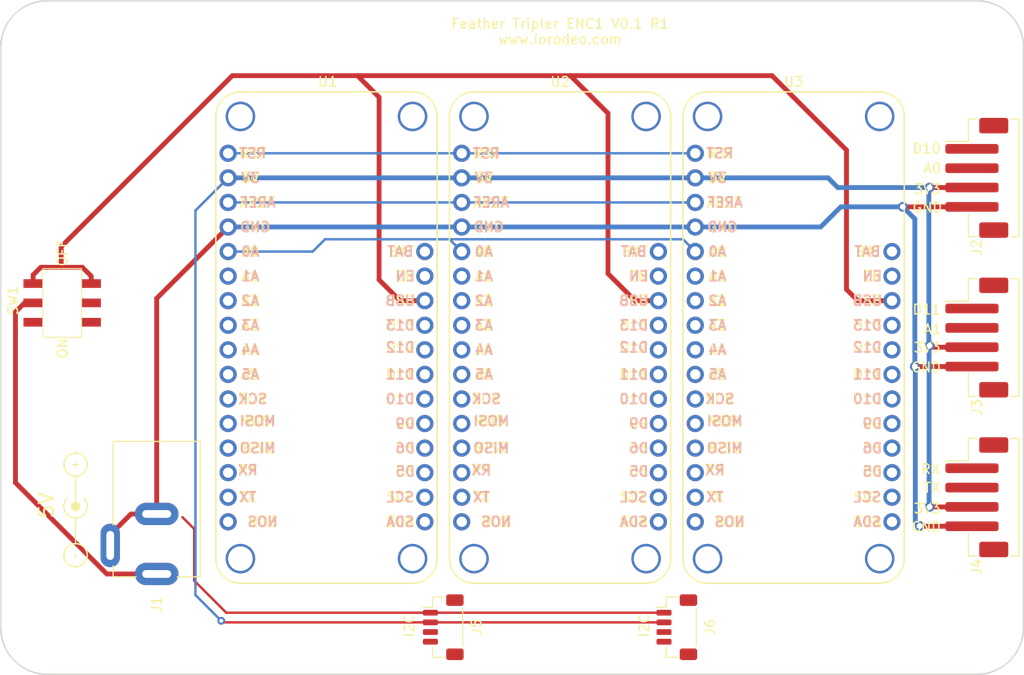
<source format=kicad_pcb>
(kicad_pcb (version 20221018) (generator pcbnew)
  (layers (0 "F.Cu" signal) (31 "B.Cu" signal) (34 "B.Paste" user) (35 "F.Paste" user) (36 "B.SilkS" user "B.Silkscreen") (37 "F.SilkS" user "F.Silkscreen") (38 "B.Mask" user) (39 "F.Mask" user) (44 "Edge.Cuts" user))
  (net 0 "")
  (net 1 "/5V")
  (net 2 "GND")
  (net 3 "/D10")
  (net 4 "/A0")
  (net 5 "/3V3")
  (net 6 "/D11")
  (net 7 "/A1")
  (net 8 "/RX")
  (net 9 "/TX")
  (net 10 "/SDA")
  (net 11 "/SCL")
  (net 13 "/VUSB")
  (net 15 "/D5")
  (net 16 "/D6")
  (net 17 "/D9")
  (net 18 "/D12")
  (net 19 "/D13")
  (net 20 "/EN")
  (net 21 "/BAT")
  (net 22 "/RST")
  (net 23 "/AREF")
  (net 24 "/A2")
  (net 25 "/A3")
  (net 26 "/A4")
  (net 27 "/A5")
  (net 28 "/SCK")
  (net 29 "/MOSI")
  (net 30 "/MISO")
  (footprint "MS-22D28-G020:MS-22D28-G020" (layer "F.Cu") (at 52.324 77.216 90)
    (fp_text reference "SW1")
    (fp_text value "SW_Push_DPDT" hide)
  )
  (footprint "MountingHole:MountingHole_4.3mm_M4" (layer "F.Cu") (at 146.812 50.8)
    (fp_text reference "M2" hide)
    (fp_text value "MountingHole_4.3mm_M4" hide)
  )
  (footprint "CUI_PJ-035:CUI_PJ-035C" (layer "F.Cu") (at 62.08625 105.23975 180)
    (fp_text reference "J1")
    (fp_text value "Barrel_Jack_Switch" hide)
  )
  (footprint "feather_wing:feather_wing" (layer "F.Cu") (at 79.629 80.7974 180)
    (fp_text reference "U1")
    (fp_text value "feather_wing" hide)
  )
  (footprint "feather_wing:feather_wing" (layer "F.Cu") (at 127.889 80.7974 180)
    (fp_text reference "U3")
    (fp_text value "feather_wing" hide)
  )
  (footprint "feather_wing:feather_wing" (layer "F.Cu") (at 103.759 80.7974 180)
    (fp_text reference "U2")
    (fp_text value "feather_wing" hide)
  )
  (footprint "MountingHole:MountingHole_4.3mm_M4" (layer "F.Cu") (at 50.8 50.8)
    (fp_text reference "M1" hide)
    (fp_text value "MountingHole_4.3mm_M4" hide)
  )
  (footprint "Connector_JST:JST_PH_B4B-PH-SM4-TB_1x04-1MP_P2.00mm_Vertical" (layer "F.Cu") (at 146.812 64.2874 -90)
    (fp_text reference "J2")
    (fp_text value "Conn_01x04" hide)
  )
  (footprint "Connector_JST:JST_PH_B4B-PH-SM4-TB_1x04-1MP_P2.00mm_Vertical" (layer "F.Cu") (at 146.812 80.7974 -90)
    (fp_text reference "J3")
    (fp_text value "Conn_01x04" hide)
  )
  (footprint "Connector_JST:JST_PH_B4B-PH-SM4-TB_1x04-1MP_P2.00mm_Vertical" (layer "F.Cu") (at 146.812 97.3074 -90)
    (fp_text reference "J4")
    (fp_text value "Conn_01x04" hide)
  )
  (footprint "MountingHole:MountingHole_4.3mm_M4" (layer "F.Cu") (at 146.812 110.7948)
    (fp_text reference "M3" hide)
    (fp_text value "MountingHole_4.3mm_M4" hide)
  )
  (footprint "MountingHole:MountingHole_4.3mm_M4" (layer "F.Cu") (at 50.8 110.7948)
    (fp_text reference "M4" hide)
    (fp_text value "MountingHole_4.3mm_M4" hide)
  )
  (footprint "Connector_JST:JST_SH_BM04B-SRSS-TB_1x04-1MP_P1.00mm_Vertical" (layer "F.Cu") (at 91.694 110.744 -90)
    (fp_text reference "J5")
    (fp_text value "Conn_01x04" hide)
  )
  (footprint "Connector_JST:JST_SH_BM04B-SRSS-TB_1x04-1MP_P1.00mm_Vertical" (layer "F.Cu") (at 115.824 110.744 -90)
    (fp_text reference "J6")
    (fp_text value "Conn_01x04" hide)
  )
  (gr_line (start 52.731529 98.961167) (end 52.696985 98.911602) (stroke (width 0.116153)) (layer "F.SilkS"))
  (gr_line (start 53.828272 95.131737) (end 53.76741 95.136365) (stroke (width 0.134716)) (layer "F.SilkS"))
  (gr_line (start 53.947265 92.765399) (end 54.005246 92.778781) (stroke (width 0.134716)) (layer "F.SilkS"))
  (gr_line (start 54.592837 102.499535) (end 54.630504 102.543019) (stroke (width 0.134716)) (layer "F.SilkS"))
  (gr_line (start 52.768838 97.484813) (end 52.80891 97.438147) (stroke (width 0.116153)) (layer "F.SilkS"))
  (gr_line (start 52.586441 97.79261) (end 52.609932 97.738538) (stroke (width 0.116153)) (layer "F.SilkS"))
  (gr_line (start 53.239251 104.409594) (end 53.186165 104.385594) (stroke (width 0.134716)) (layer "F.SilkS"))
  (gr_line (start 52.665203 98.86075) (end 52.636186 98.808718) (stroke (width 0.116153)) (layer "F.SilkS"))
  (gr_line (start 53.041199 99.255818) (end 52.991636 99.221274) (stroke (width 0.116153)) (layer "F.SilkS"))
  (gr_line (start 53.186165 104.385594) (end 53.13449 104.359128) (stroke (width 0.134716)) (layer "F.SilkS"))
  (gr_line (start 52.547751 98.590929) (end 52.532551 98.534604) (stroke (width 0.116153)) (layer "F.SilkS"))
  (gr_line (start 54.901011 98.073699) (end 54.90792 98.131312) (stroke (width 0.116153)) (layer "F.SilkS"))
  (gr_line (start 54.630504 104.067653) (end 54.592837 104.111138) (stroke (width 0.134716)) (layer "F.SilkS"))
  (gr_line (start 54.375793 104.299099) (end 54.327169 104.330271) (stroke (width 0.134716)) (layer "F.SilkS"))
  (gr_line (start 54.049582 99.405049) (end 53.993257 99.420248) (stroke (width 0.116153)) (layer "F.SilkS"))
  (gr_line (start 53.705739 104.503773) (end 53.644068 104.502213) (stroke (width 0.134716)) (layer "F.SilkS"))
  (gr_line (start 54.890355 93.756978) (end 54.897977 93.816955) (stroke (width 0.134716)) (layer "F.SilkS"))
  (gr_line (start 54.809987 94.405973) (end 54.785987 94.459059) (stroke (width 0.134716)) (layer "F.SilkS"))
  (gr_line (start 52.521099 94.121998) (end 52.513477 94.062021) (stroke (width 0.134716)) (layer "F.SilkS"))
  (gr_line (start 53.475059 99.432684) (end 53.418197 99.420248) (stroke (width 0.116153)) (layer "F.SilkS"))
  (gr_line (start 54.553156 93.092065) (end 54.592837 93.133686) (stroke (width 0.134716)) (layer "F.SilkS"))
  (gr_line (start 52.531637 93.697961) (end 52.545019 93.63998) (stroke (width 0.134716)) (layer "F.SilkS"))
  (gr_line (start 54.863703 98.590929) (end 54.845739 98.64661) (stroke (width 0.116153)) (layer "F.SilkS"))
  (gr_line (start 53.644068 95.136365) (end 53.583206 95.131737) (stroke (width 0.134716)) (layer "F.SilkS"))
  (gr_line (start 52.498006 98.247075) (end 52.499388 98.18914) (stroke (width 0.116153)) (layer "F.SilkS"))
  (gr_line (start 53.947265 95.113577) (end 53.888249 95.124116) (stroke (width 0.134716)) (layer "F.SilkS"))
  (gr_line (start 52.680795 94.560921) (end 52.651938 94.510734) (stroke (width 0.134716)) (layer "F.SilkS"))
  (gr_line (start 52.50729 93.939488) (end 52.508849 93.877816) (stroke (width 0.134716)) (layer "F.SilkS"))
  (gr_line (start 52.521098 103.122826) (end 52.531637 103.06381) (stroke (width 0.134716)) (layer "F.SilkS"))
  (gr_line (start 54.831444 103.717399) (end 54.809987 103.771822) (stroke (width 0.134716)) (layer "F.SilkS"))
  (gr_line (start 54.891339 98.477742) (end 54.878902 98.534603) (stroke (width 0.116153)) (layer "F.SilkS"))
  (gr_line (start 52.508849 93.877816) (end 52.513477 93.816955) (stroke (width 0.134716)) (layer "F.SilkS"))
  (gr_line (start 54.913447 98.247075) (end 54.912065 98.30501) (stroke (width 0.116153)) (layer "F.SilkS"))
  (gr_line (start 54.005246 95.100195) (end 53.947265 95.113577) (stroke (width 0.134716)) (layer "F.SilkS"))
  (gr_line (start 54.730665 94.560921) (end 54.699493 94.609545) (stroke (width 0.134716)) (layer "F.SilkS"))
  (gr_line (start 54.592837 104.111138) (end 54.553156 104.152759) (stroke (width 0.134716)) (layer "F.SilkS"))
  (gr_line (start 54.602544 99.056003) (end 54.559708 99.10106) (stroke (width 0.116153)) (layer "F.SilkS"))
  (gr_line (start 54.831444 94.35155) (end 54.809987 94.405973) (stroke (width 0.134716)) (layer "F.SilkS"))
  (gr_line (start 53.134479 102.251545) (end 53.186154 102.225079) (stroke (width 0.134716)) (layer "F.SilkS"))
  (gr_line (start 54.699493 102.635279) (end 54.730665 102.683903) (stroke (width 0.134716)) (layer "F.SilkS"))
  (gr_line (start 53.705739 97.761252) (end 53.705739 95.192683) (stroke (width 0.126579)) (layer "F.SilkS"))
  (gr_line (start 52.665203 97.633399) (end 52.696985 97.582547) (stroke (width 0.116153)) (layer "F.SilkS"))
  (gr_line (start 54.825012 97.792609) (end 54.845739 97.847539) (stroke (width 0.116153)) (layer "F.SilkS"))
  (gr_line (start 53.644068 104.502213) (end 53.583206 104.497585) (stroke (width 0.134716)) (layer "F.SilkS"))
  (gr_poly (pts (xy 53.656275 93.88819) (xy 53.656275 93.551344) (xy 53.755155 93.551344) (xy 53.755155 93.88819) (xy 54.092004 93.88819) (xy 54.092004 93.990789) (xy 53.755155 93.990789) (xy 53.755155 94.327633) (xy 53.656275 94.327633) (xy 53.656275 93.990789) (xy 53.319425 93.990789) (xy 53.319425 93.88819)) (fill solid) (layer "F.SilkS"))
  (gr_line (start 54.890355 103.487846) (end 54.879816 103.546863) (stroke (width 0.134716)) (layer "F.SilkS"))
  (gr_line (start 54.1178 104.431052) (end 54.062116 104.449893) (stroke (width 0.134716)) (layer "F.SilkS"))
  (gr_line (start 52.586441 98.70154) (end 52.565714 98.64661) (stroke (width 0.116153)) (layer "F.SilkS"))
  (gr_line (start 53.293675 104.431052) (end 53.239251 104.409594) (stroke (width 0.134716)) (layer "F.SilkS"))
  (gr_line (start 54.005246 102.14463) (end 54.062116 102.160779) (stroke (width 0.134716)) (layer "F.SilkS"))
  (gr_line (start 53.13449 104.359128) (end 53.084303 104.330271) (stroke (width 0.134716)) (layer "F.SilkS"))
  (gr_line (start 54.375793 92.945725) (end 54.422778 92.979138) (stroke (width 0.134716)) (layer "F.SilkS"))
  (gr_line (start 53.76741 92.74261) (end 53.828272 92.747238) (stroke (width 0.134716)) (layer "F.SilkS"))
  (gr_line (start 54.468051 93.014716) (end 54.511535 93.052383) (stroke (width 0.134716)) (layer "F.SilkS"))
  (gr_line (start 52.531638 94.181014) (end 52.521099 94.121998) (stroke (width 0.134716)) (layer "F.SilkS"))
  (gr_line (start 54.775268 97.685432) (end 54.801522 97.738538) (stroke (width 0.116153)) (layer "F.SilkS"))
  (gr_line (start 54.327169 102.280401) (end 54.375793 102.311574) (stroke (width 0.134716)) (layer "F.SilkS"))
  (gr_line (start 52.98868 102.344987) (end 53.035667 102.311574) (stroke (width 0.134716)) (layer "F.SilkS"))
  (gr_line (start 52.745381 94.656531) (end 52.711968 94.609545) (stroke (width 0.134716)) (layer "F.SilkS"))
  (gr_line (start 52.532551 97.959546) (end 52.547751 97.903221) (stroke (width 0.116153)) (layer "F.SilkS"))
  (gr_line (start 52.625471 103.824908) (end 52.601471 103.771822) (stroke (width 0.134716)) (layer "F.SilkS"))
  (gr_line (start 53.418197 99.420248) (end 53.361871 99.405049) (stroke (width 0.116153)) (layer "F.SilkS"))
  (gr_line (start 54.172223 95.043745) (end 54.1178 95.065204) (stroke (width 0.134716)) (layer "F.SilkS"))
  (gr_line (start 53.092051 99.287599) (end 53.041199 99.255818) (stroke (width 0.116153)) (layer "F.SilkS"))
  (gr_line (start 52.580009 93.527425) (end 52.601467 93.473002) (stroke (width 0.134716)) (layer "F.SilkS"))
  (gr_line (start 54.785987 102.785765) (end 54.809987 102.838851) (stroke (width 0.134716)) (layer "F.SilkS"))
  (gr_line (start 54.679924 97.532983) (end 54.714469 97.582547) (stroke (width 0.116153)) (layer "F.SilkS"))
  (gr_line (start 54.699493 94.609545) (end 54.666081 94.656531) (stroke (width 0.134716)) (layer "F.SilkS"))
  (gr_line (start 54.785987 103.824908) (end 54.759522 103.876582) (stroke (width 0.134716)) (layer "F.SilkS"))
  (gr_line (start 54.062116 95.084045) (end 54.005246 95.100195) (stroke (width 0.134716)) (layer "F.SilkS"))
  (gr_line (start 54.666081 104.02238) (end 54.630504 104.067653) (stroke (width 0.134716)) (layer "F.SilkS"))
  (gr_line (start 53.406222 92.778781) (end 53.464205 92.765399) (stroke (width 0.134716)) (layer "F.SilkS"))
  (gr_line (start 54.730665 93.318055) (end 54.759522 93.368242) (stroke (width 0.134716)) (layer "F.SilkS"))
  (gr_line (start 54.1178 92.813772) (end 54.172223 92.83523) (stroke (width 0.134716)) (layer "F.SilkS"))
  (gr_line (start 54.897977 103.182803) (end 54.902605 103.243665) (stroke (width 0.134716)) (layer "F.SilkS"))
  (gr_line (start 54.90792 98.362837) (end 54.901011 98.42045) (stroke (width 0.116153)) (layer "F.SilkS"))
  (gr_line (start 52.651933 102.73409) (end 52.680789 102.683903) (stroke (width 0.134716)) (layer "F.SilkS"))
  (gr_line (start 52.636186 97.685432) (end 52.665203 97.633399) (stroke (width 0.116153)) (layer "F.SilkS"))
  (gr_line (start 54.679924 98.961167) (end 54.642616 99.009336) (stroke (width 0.116153)) (layer "F.SilkS"))
  (gr_line (start 54.850286 94.295866) (end 54.831444 94.35155) (stroke (width 0.134716)) (layer "F.SilkS"))
  (gr_line (start 54.005246 104.466043) (end 53.947265 104.479425) (stroke (width 0.134716)) (layer "F.SilkS"))
  (gr_line (start 54.642616 97.484813) (end 54.679924 97.532983) (stroke (width 0.116153)) (layer "F.SilkS"))
  (gr_line (start 53.705739 92.741051) (end 53.76741 92.74261) (stroke (width 0.134716)) (layer "F.SilkS"))
  (gr_line (start 53.464212 95.113577) (end 53.40623 95.100195) (stroke (width 0.134716)) (layer "F.SilkS"))
  (gr_line (start 53.879103 99.442357) (end 53.82149 99.449265) (stroke (width 0.116153)) (layer "F.SilkS"))
  (gr_line (start 53.40623 104.466043) (end 53.349359 104.449893) (stroke (width 0.134716)) (layer "F.SilkS"))
  (gr_line (start 52.625467 102.785765) (end 52.651933 102.73409) (stroke (width 0.134716)) (layer "F.SilkS"))
  (gr_line (start 54.759522 94.510734) (end 54.730665 94.560921) (stroke (width 0.134716)) (layer "F.SilkS"))
  (gr_line (start 54.225308 104.385594) (end 54.172223 104.409594) (stroke (width 0.134716)) (layer "F.SilkS"))
  (gr_line (start 53.464205 102.131248) (end 53.523223 102.120708) (stroke (width 0.134716)) (layer "F.SilkS"))
  (gr_line (start 52.499388 98.18914) (end 52.503533 98.131312) (stroke (width 0.116153)) (layer "F.SilkS"))
  (gr_line (start 52.50729 103.305336) (end 52.508849 103.243665) (stroke (width 0.134716)) (layer "F.SilkS"))
  (gr_line (start 53.34935 92.79493) (end 53.406222 92.778781) (stroke (width 0.134716)) (layer "F.SilkS"))
  (gr_line (start 52.680789 102.683903) (end 52.711962 102.635279) (stroke (width 0.134716)) (layer "F.SilkS"))
  (gr_line (start 53.34935 102.160779) (end 53.406222 102.14463) (stroke (width 0.134716)) (layer "F.SilkS"))
  (gr_line (start 52.745374 93.222444) (end 52.780952 93.177171) (stroke (width 0.134716)) (layer "F.SilkS"))
  (gr_line (start 52.56117 94.295866) (end 52.545021 94.238996) (stroke (width 0.134716)) (layer "F.SilkS"))
  (gr_line (start 54.172223 102.201079) (end 54.225308 102.225079) (stroke (width 0.134716)) (layer "F.SilkS"))
  (gr_line (start 54.422778 104.265686) (end 54.375793 104.299099) (stroke (width 0.134716)) (layer "F.SilkS"))
  (gr_line (start 52.943407 93.014716) (end 52.98868 92.979138) (stroke (width 0.134716)) (layer "F.SilkS"))
  (gr_line (start 53.947265 102.131248) (end 54.005246 102.14463) (stroke (width 0.134716)) (layer "F.SilkS"))
  (gr_line (start 54.327169 92.914553) (end 54.375793 92.945725) (stroke (width 0.134716)) (layer "F.SilkS"))
  (gr_line (start 54.809987 103.771822) (end 54.785987 103.824908) (stroke (width 0.134716)) (layer "F.SilkS"))
  (gr_line (start 53.293665 102.179621) (end 53.34935 102.160779) (stroke (width 0.134716)) (layer "F.SilkS"))
  (gr_line (start 54.511535 94.826592) (end 54.468051 94.86426) (stroke (width 0.134716)) (layer "F.SilkS"))
  (gr_poly (pts (xy 53.761646 103.1125) (xy 53.761646 103.498172) (xy 53.649783 103.498172) (xy 53.649783 103.1125)) (fill solid) (layer "F.SilkS"))
  (gr_line (start 53.947265 104.479425) (end 53.888249 104.489964) (stroke (width 0.134716)) (layer "F.SilkS"))
  (gr_line (start 54.327169 104.330271) (end 54.276982 104.359128) (stroke (width 0.134716)) (layer "F.SilkS"))
  (gr_line (start 52.680789 93.318055) (end 52.711962 93.269431) (stroke (width 0.134716)) (layer "F.SilkS"))
  (gr_line (start 54.878902 97.959546) (end 54.891339 98.016408) (stroke (width 0.116153)) (layer "F.SilkS"))
  (gr_line (start 53.186165 95.019746) (end 53.13449 94.99328) (stroke (width 0.134716)) (layer "F.SilkS"))
  (gr_line (start 54.514652 99.143895) (end 54.467986 99.183966) (stroke (width 0.116153)) (layer "F.SilkS"))
  (gr_line (start 53.53235 99.442357) (end 53.475059 99.432684) (stroke (width 0.116153)) (layer "F.SilkS"))
  (gr_line (start 53.084292 92.914553) (end 53.134479 92.885696) (stroke (width 0.134716)) (layer "F.SilkS"))
  (gr_line (start 52.858301 102.457914) (end 52.899922 102.418232) (stroke (width 0.134716)) (layer "F.SilkS"))
  (gr_line (start 54.468051 94.86426) (end 54.422778 94.899837) (stroke (width 0.134716)) (layer "F.SilkS"))
  (gr_line (start 54.74625 97.633399) (end 54.775268 97.685432) (stroke (width 0.116153)) (layer "F.SilkS"))
  (gr_line (start 52.508849 103.243665) (end 52.513477 103.182803) (stroke (width 0.134716)) (layer "F.SilkS"))
  (gr_line (start 54.422778 94.899837) (end 54.375793 94.93325) (stroke (width 0.134716)) (layer "F.SilkS"))
  (gr_line (start 54.850286 103.661715) (end 54.831444 103.717399) (stroke (width 0.134716)) (layer "F.SilkS"))
  (gr_line (start 54.225308 95.019746) (end 54.172223 95.043745) (stroke (width 0.134716)) (layer "F.SilkS"))
  (gr_line (start 54.890355 94.121998) (end 54.879816 94.181014) (stroke (width 0.134716)) (layer "F.SilkS"))
  (gr_line (start 52.580012 103.717399) (end 52.56117 103.661715) (stroke (width 0.134716)) (layer "F.SilkS"))
  (gr_line (start 52.545021 103.604844) (end 52.531638 103.546863) (stroke (width 0.134716)) (layer "F.SilkS"))
  (gr_line (start 54.866435 94.238996) (end 54.850286 94.295866) (stroke (width 0.134716)) (layer "F.SilkS"))
  (gr_line (start 52.943417 94.86426) (end 52.899932 94.826592) (stroke (width 0.134716)) (layer "F.SilkS"))
  (gr_line (start 52.513477 94.062021) (end 52.508849 94.001159) (stroke (width 0.134716)) (layer "F.SilkS"))
  (gr_line (start 52.499388 98.30501) (end 52.498006 98.247075) (stroke (width 0.116153)) (layer "F.SilkS"))
  (gr_line (start 54.850286 102.948958) (end 54.866435 103.005828) (stroke (width 0.134716)) (layer "F.SilkS"))
  (gr_line (start 53.644065 102.108459) (end 53.705739 102.1069) (stroke (width 0.134716)) (layer "F.SilkS"))
  (gr_line (start 53.76741 102.108459) (end 53.828272 102.113087) (stroke (width 0.134716)) (layer "F.SilkS"))
  (gr_line (start 53.349359 95.084045) (end 53.293675 95.065204) (stroke (width 0.134716)) (layer "F.SilkS"))
  (gr_line (start 54.785987 94.459059) (end 54.759522 94.510734) (stroke (width 0.134716)) (layer "F.SilkS"))
  (gr_line (start 54.890355 103.122826) (end 54.897977 103.182803) (stroke (width 0.134716)) (layer "F.SilkS"))
  (gr_line (start 52.745381 104.02238) (end 52.711968 103.975394) (stroke (width 0.134716)) (layer "F.SilkS"))
  (gr_line (start 54.630504 102.543019) (end 54.666081 102.588293) (stroke (width 0.134716)) (layer "F.SilkS"))
  (gr_line (start 52.711968 94.609545) (end 52.680795 94.560921) (stroke (width 0.134716)) (layer "F.SilkS"))
  (gr_line (start 54.831444 93.527425) (end 54.850286 93.58311) (stroke (width 0.134716)) (layer "F.SilkS"))
  (gr_line (start 54.642616 99.009336) (end 54.602544 99.056003) (stroke (width 0.116153)) (layer "F.SilkS"))
  (gr_line (start 52.547751 97.903221) (end 52.565714 97.84754) (stroke (width 0.116153)) (layer "F.SilkS"))
  (gr_line (start 54.878902 98.534603) (end 54.863703 98.590929) (stroke (width 0.116153)) (layer "F.SilkS"))
  (gr_line (start 53.186154 102.225079) (end 53.239241 102.201079) (stroke (width 0.134716)) (layer "F.SilkS"))
  (gr_line (start 53.583206 95.131737) (end 53.523229 95.124116) (stroke (width 0.134716)) (layer "F.SilkS"))
  (gr_line (start 54.375793 94.93325) (end 54.327169 94.964423) (stroke (width 0.134716)) (layer "F.SilkS"))
  (gr_line (start 52.991636 99.221274) (end 52.943467 99.183966) (stroke (width 0.116153)) (layer "F.SilkS"))
  (gr_line (start 54.511535 102.418232) (end 54.553156 102.457914) (stroke (width 0.134716)) (layer "F.SilkS"))
  (gr_line (start 53.40623 95.100195) (end 53.349359 95.084045) (stroke (width 0.134716)) (layer "F.SilkS"))
  (gr_line (start 53.993257 99.420248) (end 53.936395 99.432684) (stroke (width 0.116153)) (layer "F.SilkS"))
  (gr_line (start 52.625471 94.459059) (end 52.601471 94.405973) (stroke (width 0.134716)) (layer "F.SilkS"))
  (gr_line (start 54.730665 103.926769) (end 54.699493 103.975394) (stroke (width 0.134716)) (layer "F.SilkS"))
  (gr_line (start 54.062116 104.449893) (end 54.005246 104.466043) (stroke (width 0.134716)) (layer "F.SilkS"))
  (gr_line (start 54.90792 98.131312) (end 54.912065 98.18914) (stroke (width 0.116153)) (layer "F.SilkS"))
  (gr_line (start 54.511535 93.052383) (end 54.553156 93.092065) (stroke (width 0.134716)) (layer "F.SilkS"))
  (gr_line (start 52.943467 99.183966) (end 52.896801 99.143895) (stroke (width 0.116153)) (layer "F.SilkS"))
  (gr_line (start 52.768838 99.009336) (end 52.731529 98.961167) (stroke (width 0.116153)) (layer "F.SilkS"))
  (gr_line (start 53.30619 99.387086) (end 53.25126 99.366359) (stroke (width 0.116153)) (layer "F.SilkS"))
  (gr_line (start 52.521098 93.756978) (end 52.531637 93.697961) (stroke (width 0.134716)) (layer "F.SilkS"))
  (gr_line (start 54.467986 99.183966) (end 54.419818 99.221274) (stroke (width 0.116153)) (layer "F.SilkS"))
  (gr_line (start 54.062116 102.160779) (end 54.1178 102.179621) (stroke (width 0.134716)) (layer "F.SilkS"))
  (gr_line (start 52.780952 102.543019) (end 52.818619 102.499535) (stroke (width 0.134716)) (layer "F.SilkS"))
  (gr_line (start 52.780952 93.177171) (end 52.818619 93.133686) (stroke (width 0.134716)) (layer "F.SilkS"))
  (gr_line (start 52.561168 93.58311) (end 52.580009 93.527425) (stroke (width 0.134716)) (layer "F.SilkS"))
  (gr_line (start 54.225308 102.225079) (end 54.276982 102.251545) (stroke (width 0.134716)) (layer "F.SilkS"))
  (gr_line (start 54.785987 93.419916) (end 54.809987 93.473002) (stroke (width 0.134716)) (layer "F.SilkS"))
  (gr_line (start 52.545019 103.005828) (end 52.561168 102.948958) (stroke (width 0.134716)) (layer "F.SilkS"))
  (gr_line (start 53.361871 99.405049) (end 53.30619 99.387086) (stroke (width 0.116153)) (layer "F.SilkS"))
  (gr_line (start 54.902605 103.367008) (end 54.897977 103.42787) (stroke (width 0.134716)) (layer "F.SilkS"))
  (gr_poly (pts (xy 53.247207 98.241222) (xy 53.24898 98.217906) (xy 53.2519 98.194929) (xy 53.255938 98.17232) (xy 53.261065 98.150107) (xy 53.267252 98.128321) (xy 53.27447 98.106988) (xy 53.282691 98.086139) (xy 53.291885 98.065802) (xy 53.302024 98.046005) (xy 53.31308 98.026779) (xy 53.325022 98.008151) (xy 53.337823 97.990151) (xy 53.351453 97.972807) (xy 53.365883 97.956148) (xy 53.381086 97.940203) (xy 53.397031 97.925001) (xy 53.41369 97.910571) (xy 53.431035 97.896941) (xy 53.449036 97.884141) (xy 53.467664 97.872199) (xy 53.486891 97.861144) (xy 53.506688 97.851005) (xy 53.527025 97.841811) (xy 53.547875 97.83359) (xy 53.569208 97.826372) (xy 53.590996 97.820185) (xy 53.613208 97.815059) (xy 53.635818 97.811021) (xy 53.658796 97.808102) (xy 53.682112 97.806329) (xy 53.705739 97.805731) (xy 53.729366 97.806329) (xy 53.752682 97.808102) (xy 53.775659 97.811021) (xy 53.798268 97.815059) (xy 53.820481 97.820185) (xy 53.842268 97.826372) (xy 53.8636 97.83359) (xy 53.884449 97.841811) (xy 53.904786 97.851005) (xy 53.924581 97.861144) (xy 53.943807 97.872199) (xy 53.962435 97.884141) (xy 53.980434 97.896941) (xy 53.997778 97.910571) (xy 54.014436 97.925001) (xy 54.03038 97.940203) (xy 54.045581 97.956148) (xy 54.060011 97.972807) (xy 54.07364 97.990151) (xy 54.086439 98.008151) (xy 54.098381 98.026779) (xy 54.109435 98.046005) (xy 54.119573 98.065802) (xy 54.128767 98.086139) (xy 54.136987 98.106988) (xy 54.144204 98.128321) (xy 54.150391 98.150107) (xy 54.155517 98.17232) (xy 54.159554 98.194929) (xy 54.162473 98.217906) (xy 54.164246 98.241222) (xy 54.164844 98.264848) (xy 54.164246 98.288474) (xy 54.162473 98.31179) (xy 54.159554 98.334767) (xy 54.155517 98.357376) (xy 54.150391 98.379588) (xy 54.144204 98.401375) (xy 54.136987 98.422708) (xy 54.128767 98.443557) (xy 54.119573 98.463894) (xy 54.109435 98.48369) (xy 54.098381 98.502917) (xy 54.086439 98.521544) (xy 54.07364 98.539545) (xy 54.060011 98.556889) (xy 54.045581 98.573548) (xy 54.03038 98.589492) (xy 54.014436 98.604694) (xy 53.997778 98.619125) (xy 53.980434 98.632754) (xy 53.962435 98.645555) (xy 53.943807 98.657497) (xy 53.924581 98.668552) (xy 53.904786 98.678691) (xy 53.884449 98.687885) (xy 53.8636 98.696105) (xy 53.842268 98.703323) (xy 53.820481 98.70951) (xy 53.798268 98.714637) (xy 53.775659 98.718674) (xy 53.752682 98.721594) (xy 53.729366 98.723367) (xy 53.705739 98.723964) (xy 53.682112 98.723367) (xy 53.658796 98.721594) (xy 53.635818 98.718674) (xy 53.613208 98.714637) (xy 53.590996 98.70951) (xy 53.569208 98.703323) (xy 53.547875 98.696105) (xy 53.527025 98.687885) (xy 53.506688 98.678691) (xy 53.486891 98.668552) (xy 53.467664 98.657497) (xy 53.449036 98.645555) (xy 53.431035 98.632754) (xy 53.41369 98.619125) (xy 53.397031 98.604694) (xy 53.381086 98.589492) (xy 53.365883 98.573548) (xy 53.351453 98.556889) (xy 53.337823 98.539545) (xy 53.325022 98.521544) (xy 53.31308 98.502917) (xy 53.302024 98.48369) (xy 53.291885 98.463894) (xy 53.282691 98.443557) (xy 53.27447 98.422708) (xy 53.267252 98.401375) (xy 53.261065 98.379588) (xy 53.255938 98.357376) (xy 53.2519 98.334767) (xy 53.24898 98.31179) (xy 53.247207 98.288474) (xy 53.24661 98.264848)) (stroke (width 0.094402)) (fill solid) (layer "F.SilkS"))
  (gr_line (start 52.896801 99.143895) (end 52.851745 99.10106) (stroke (width 0.116153)) (layer "F.SilkS"))
  (gr_line (start 54.327169 94.964423) (end 54.276982 94.99328) (stroke (width 0.134716)) (layer "F.SilkS"))
  (gr_line (start 52.508849 94.001159) (end 52.50729 93.939488) (stroke (width 0.134716)) (layer "F.SilkS"))
  (gr_line (start 52.988691 94.899837) (end 52.943417 94.86426) (stroke (width 0.134716)) (layer "F.SilkS"))
  (gr_line (start 52.503533 98.131312) (end 52.510442 98.073699) (stroke (width 0.116153)) (layer "F.SilkS"))
  (gr_line (start 54.375793 102.311574) (end 54.422778 102.344987) (stroke (width 0.134716)) (layer "F.SilkS"))
  (gr_line (start 52.580012 94.35155) (end 52.56117 94.295866) (stroke (width 0.134716)) (layer "F.SilkS"))
  (gr_line (start 53.13449 94.99328) (end 53.084303 94.964423) (stroke (width 0.134716)) (layer "F.SilkS"))
  (gr_line (start 54.666081 94.656531) (end 54.630504 94.701805) (stroke (width 0.134716)) (layer "F.SilkS"))
  (gr_line (start 52.531637 103.06381) (end 52.545019 103.005828) (stroke (width 0.134716)) (layer "F.SilkS"))
  (gr_line (start 53.464212 104.479425) (end 53.40623 104.466043) (stroke (width 0.134716)) (layer "F.SilkS"))
  (gr_line (start 52.696985 97.582547) (end 52.731529 97.532983) (stroke (width 0.116153)) (layer "F.SilkS"))
  (gr_line (start 52.85831 104.152759) (end 52.818628 104.111138) (stroke (width 0.134716)) (layer "F.SilkS"))
  (gr_line (start 54.26737 99.316616) (end 54.214265 99.342869) (stroke (width 0.116153)) (layer "F.SilkS"))
  (gr_line (start 53.583202 92.747238) (end 53.644065 92.74261) (stroke (width 0.134716)) (layer "F.SilkS"))
  (gr_line (start 53.828272 92.747238) (end 53.888249 92.75486) (stroke (width 0.134716)) (layer "F.SilkS"))
  (gr_line (start 54.897977 103.42787) (end 54.890355 103.487846) (stroke (width 0.134716)) (layer "F.SilkS"))
  (gr_line (start 54.866435 103.005828) (end 54.879816 103.06381) (stroke (width 0.134716)) (layer "F.SilkS"))
  (gr_line (start 52.636186 98.808718) (end 52.609932 98.755612) (stroke (width 0.116153)) (layer "F.SilkS"))
  (gr_line (start 52.899932 104.192441) (end 52.85831 104.152759) (stroke (width 0.134716)) (layer "F.SilkS"))
  (gr_line (start 52.80891 99.056003) (end 52.768838 99.009336) (stroke (width 0.116153)) (layer "F.SilkS"))
  (gr_line (start 53.035678 94.93325) (end 52.988691 94.899837) (stroke (width 0.134716)) (layer "F.SilkS"))
  (gr_line (start 52.943417 104.230108) (end 52.899932 104.192441) (stroke (width 0.134716)) (layer "F.SilkS"))
  (gr_line (start 52.943407 102.380564) (end 52.98868 102.344987) (stroke (width 0.134716)) (layer "F.SilkS"))
  (gr_line (start 53.583206 104.497585) (end 53.523229 104.489964) (stroke (width 0.134716)) (layer "F.SilkS"))
  (gr_line (start 52.601467 93.473002) (end 52.625467 93.419916) (stroke (width 0.134716)) (layer "F.SilkS"))
  (gr_line (start 52.545019 93.63998) (end 52.561168 93.58311) (stroke (width 0.134716)) (layer "F.SilkS"))
  (gr_line (start 54.1178 95.065204) (end 54.062116 95.084045) (stroke (width 0.134716)) (layer "F.SilkS"))
  (gr_line (start 53.888249 102.120708) (end 53.947265 102.131248) (stroke (width 0.134716)) (layer "F.SilkS"))
  (gr_line (start 54.630504 93.177171) (end 54.666081 93.222444) (stroke (width 0.134716)) (layer "F.SilkS"))
  (gr_line (start 52.580009 102.893274) (end 52.601467 102.838851) (stroke (width 0.134716)) (layer "F.SilkS"))
  (gr_line (start 53.763662 99.453411) (end 53.705727 99.454792) (stroke (width 0.116153)) (layer "F.SilkS"))
  (gr_line (start 54.801522 98.755612) (end 54.775268 98.808718) (stroke (width 0.116153)) (layer "F.SilkS"))
  (gr_line (start 54.714469 98.911602) (end 54.679924 98.961167) (stroke (width 0.116153)) (layer "F.SilkS"))
  (gr_line (start 54.468051 104.230108) (end 54.422778 104.265686) (stroke (width 0.134716)) (layer "F.SilkS"))
  (gr_line (start 53.705727 99.454792) (end 53.647791 99.453411) (stroke (width 0.116153)) (layer "F.SilkS"))
  (gr_line (start 52.818619 102.499535) (end 52.858301 102.457914) (stroke (width 0.134716)) (layer "F.SilkS"))
  (gr_line (start 54.775268 98.808718) (end 54.74625 98.86075) (stroke (width 0.116153)) (layer "F.SilkS"))
  (gr_line (start 53.035667 92.945725) (end 53.084292 92.914553) (stroke (width 0.134716)) (layer "F.SilkS"))
  (gr_line (start 52.609932 98.755612) (end 52.586441 98.70154) (stroke (width 0.116153)) (layer "F.SilkS"))
  (gr_line (start 54.904164 93.939488) (end 54.902605 94.001159) (stroke (width 0.134716)) (layer "F.SilkS"))
  (gr_line (start 52.680795 103.926769) (end 52.651938 103.876582) (stroke (width 0.134716)) (layer "F.SilkS"))
  (gr_line (start 53.523229 104.489964) (end 53.464212 104.479425) (stroke (width 0.134716)) (layer "F.SilkS"))
  (gr_line (start 53.084303 94.964423) (end 53.035678 94.93325) (stroke (width 0.134716)) (layer "F.SilkS"))
  (gr_line (start 54.592837 94.745289) (end 54.553156 94.78691) (stroke (width 0.134716)) (layer "F.SilkS"))
  (gr_line (start 54.897977 94.062021) (end 54.890355 94.121998) (stroke (width 0.134716)) (layer "F.SilkS"))
  (gr_line (start 53.084292 102.280401) (end 53.134479 102.251545) (stroke (width 0.134716)) (layer "F.SilkS"))
  (gr_line (start 53.76741 104.502213) (end 53.705739 104.503773) (stroke (width 0.134716)) (layer "F.SilkS"))
  (gr_line (start 52.711962 102.635279) (end 52.745374 102.588293) (stroke (width 0.134716)) (layer "F.SilkS"))
  (gr_line (start 54.105263 99.387086) (end 54.049582 99.405049) (stroke (width 0.116153)) (layer "F.SilkS"))
  (gr_line (start 54.276982 92.885696) (end 54.327169 92.914553) (stroke (width 0.134716)) (layer "F.SilkS"))
  (gr_line (start 52.98868 92.979138) (end 53.035667 92.945725) (stroke (width 0.134716)) (layer "F.SilkS"))
  (gr_line (start 54.74625 98.86075) (end 54.714469 98.911602) (stroke (width 0.116153)) (layer "F.SilkS"))
  (gr_line (start 52.711968 103.975394) (end 52.680795 103.926769) (stroke (width 0.134716)) (layer "F.SilkS"))
  (gr_line (start 52.609932 97.738538) (end 52.636186 97.685432) (stroke (width 0.116153)) (layer "F.SilkS"))
  (gr_line (start 54.468051 102.380564) (end 54.511535 102.418232) (stroke (width 0.134716)) (layer "F.SilkS"))
  (gr_line (start 54.160193 99.366359) (end 54.105263 99.387086) (stroke (width 0.116153)) (layer "F.SilkS"))
  (gr_line (start 54.902605 94.001159) (end 54.897977 94.062021) (stroke (width 0.134716)) (layer "F.SilkS"))
  (gr_line (start 54.879816 94.181014) (end 54.866435 94.238996) (stroke (width 0.134716)) (layer "F.SilkS"))
  (gr_line (start 52.731529 97.532983) (end 52.768838 97.484813) (stroke (width 0.116153)) (layer "F.SilkS"))
  (gr_line (start 54.759522 93.368242) (end 54.785987 93.419916) (stroke (width 0.134716)) (layer "F.SilkS"))
  (gr_line (start 53.035678 104.299099) (end 52.988691 104.265686) (stroke (width 0.134716)) (layer "F.SilkS"))
  (gr_line (start 52.651933 93.368242) (end 52.680789 93.318055) (stroke (width 0.134716)) (layer "F.SilkS"))
  (gr_line (start 54.553156 104.152759) (end 54.511535 104.192441) (stroke (width 0.134716)) (layer "F.SilkS"))
  (gr_line (start 53.084303 104.330271) (end 53.035678 104.299099) (stroke (width 0.134716)) (layer "F.SilkS"))
  (gr_line (start 53.589963 99.449265) (end 53.53235 99.442357) (stroke (width 0.116153)) (layer "F.SilkS"))
  (gr_line (start 53.828272 104.497585) (end 53.76741 104.502213) (stroke (width 0.134716)) (layer "F.SilkS"))
  (gr_line (start 54.276982 94.99328) (end 54.225308 95.019746) (stroke (width 0.134716)) (layer "F.SilkS"))
  (gr_line (start 52.503533 98.362838) (end 52.499388 98.30501) (stroke (width 0.116153)) (layer "F.SilkS"))
  (gr_line (start 54.904164 103.305336) (end 54.902605 103.367008) (stroke (width 0.134716)) (layer "F.SilkS"))
  (gr_line (start 54.370254 99.255818) (end 54.319403 99.287599) (stroke (width 0.116153)) (layer "F.SilkS"))
  (gr_line (start 54.559708 99.10106) (end 54.514652 99.143895) (stroke (width 0.116153)) (layer "F.SilkS"))
  (gr_line (start 54.879816 103.546863) (end 54.866435 103.604844) (stroke (width 0.134716)) (layer "F.SilkS"))
  (gr_line (start 54.845739 98.64661) (end 54.825012 98.70154) (stroke (width 0.116153)) (layer "F.SilkS"))
  (gr_line (start 52.625467 93.419916) (end 52.651933 93.368242) (stroke (width 0.134716)) (layer "F.SilkS"))
  (gr_line (start 52.851745 99.10106) (end 52.80891 99.056003) (stroke (width 0.116153)) (layer "F.SilkS"))
  (gr_line (start 52.513477 93.816955) (end 52.521098 93.756978) (stroke (width 0.134716)) (layer "F.SilkS"))
  (gr_line (start 54.809987 93.473002) (end 54.831444 93.527425) (stroke (width 0.134716)) (layer "F.SilkS"))
  (gr_line (start 54.419818 99.221274) (end 54.370254 99.255818) (stroke (width 0.116153)) (layer "F.SilkS"))
  (gr_line (start 53.134479 92.885696) (end 53.186154 92.85923) (stroke (width 0.134716)) (layer "F.SilkS"))
  (gr_line (start 54.005246 92.778781) (end 54.062116 92.79493) (stroke (width 0.134716)) (layer "F.SilkS"))
  (gr_line (start 53.197189 99.342869) (end 53.144083 99.316616) (stroke (width 0.116153)) (layer "F.SilkS"))
  (gr_line (start 53.523229 95.124116) (end 53.464212 95.113577) (stroke (width 0.134716)) (layer "F.SilkS"))
  (gr_line (start 54.511535 104.192441) (end 54.468051 104.230108) (stroke (width 0.134716)) (layer "F.SilkS"))
  (gr_line (start 54.666081 93.222444) (end 54.699493 93.269431) (stroke (width 0.134716)) (layer "F.SilkS"))
  (gr_line (start 53.523223 102.120708) (end 53.583202 102.113087) (stroke (width 0.134716)) (layer "F.SilkS"))
  (gr_line (start 54.863703 97.903221) (end 54.878902 97.959546) (stroke (width 0.116153)) (layer "F.SilkS"))
  (gr_line (start 54.902605 93.877816) (end 54.904164 93.939488) (stroke (width 0.134716)) (layer "F.SilkS"))
  (gr_line (start 52.510442 98.420451) (end 52.503533 98.362838) (stroke (width 0.116153)) (layer "F.SilkS"))
  (gr_line (start 52.78096 94.701805) (end 52.745381 94.656531) (stroke (width 0.134716)) (layer "F.SilkS"))
  (gr_line (start 54.866435 103.604844) (end 54.850286 103.661715) (stroke (width 0.134716)) (layer "F.SilkS"))
  (gr_line (start 52.80891 97.438147) (end 52.851745 97.393089) (stroke (width 0.116153)) (layer "F.SilkS"))
  (gr_line (start 52.899932 94.826592) (end 52.85831 94.78691) (stroke (width 0.134716)) (layer "F.SilkS"))
  (gr_line (start 52.565714 98.64661) (end 52.547751 98.590929) (stroke (width 0.116153)) (layer "F.SilkS"))
  (gr_line (start 53.25126 99.366359) (end 53.197189 99.342869) (stroke (width 0.116153)) (layer "F.SilkS"))
  (gr_line (start 53.035667 102.311574) (end 53.084292 102.280401) (stroke (width 0.134716)) (layer "F.SilkS"))
  (gr_line (start 52.818628 104.111138) (end 52.78096 104.067653) (stroke (width 0.134716)) (layer "F.SilkS"))
  (gr_line (start 54.699493 93.269431) (end 54.730665 93.318055) (stroke (width 0.134716)) (layer "F.SilkS"))
  (gr_line (start 54.759522 103.876582) (end 54.730665 103.926769) (stroke (width 0.134716)) (layer "F.SilkS"))
  (gr_line (start 52.531638 103.546863) (end 52.521099 103.487846) (stroke (width 0.134716)) (layer "F.SilkS"))
  (gr_line (start 53.349359 104.449893) (end 53.293675 104.431052) (stroke (width 0.134716)) (layer "F.SilkS"))
  (gr_line (start 54.214265 99.342869) (end 54.160193 99.366359) (stroke (width 0.116153)) (layer "F.SilkS"))
  (gr_line (start 53.828272 102.113087) (end 53.888249 102.120708) (stroke (width 0.134716)) (layer "F.SilkS"))
  (gr_line (start 54.891339 98.016408) (end 54.901011 98.073699) (stroke (width 0.116153)) (layer "F.SilkS"))
  (gr_line (start 54.225308 92.85923) (end 54.276982 92.885696) (stroke (width 0.134716)) (layer "F.SilkS"))
  (gr_line (start 53.186154 92.85923) (end 53.239241 92.83523) (stroke (width 0.134716)) (layer "F.SilkS"))
  (gr_line (start 53.888249 104.489964) (end 53.828272 104.497585) (stroke (width 0.134716)) (layer "F.SilkS"))
  (gr_line (start 52.858301 93.092065) (end 52.899922 93.052383) (stroke (width 0.134716)) (layer "F.SilkS"))
  (gr_line (start 54.276982 104.359128) (end 54.225308 104.385594) (stroke (width 0.134716)) (layer "F.SilkS"))
  (gr_line (start 54.759522 102.73409) (end 54.785987 102.785765) (stroke (width 0.134716)) (layer "F.SilkS"))
  (gr_line (start 52.513477 103.42787) (end 52.508849 103.367008) (stroke (width 0.134716)) (layer "F.SilkS"))
  (gr_line (start 52.56117 103.661715) (end 52.545021 103.604844) (stroke (width 0.134716)) (layer "F.SilkS"))
  (gr_line (start 53.705739 95.137925) (end 53.644068 95.136365) (stroke (width 0.134716)) (layer "F.SilkS"))
  (gr_line (start 54.559708 97.393089) (end 54.602544 97.438147) (stroke (width 0.116153)) (layer "F.SilkS"))
  (gr_line (start 52.696985 98.911602) (end 52.665203 98.86075) (stroke (width 0.116153)) (layer "F.SilkS"))
  (gr_line (start 53.647791 99.453411) (end 53.589963 99.449265) (stroke (width 0.116153)) (layer "F.SilkS"))
  (gr_line (start 54.845739 97.847539) (end 54.863703 97.903221) (stroke (width 0.116153)) (layer "F.SilkS"))
  (gr_line (start 54.630504 94.701805) (end 54.592837 94.745289) (stroke (width 0.134716)) (layer "F.SilkS"))
  (gr_line (start 54.422778 92.979138) (end 54.468051 93.014716) (stroke (width 0.134716)) (layer "F.SilkS"))
  (gr_line (start 54.831444 102.893274) (end 54.850286 102.948958) (stroke (width 0.134716)) (layer "F.SilkS"))
  (gr_line (start 52.651938 103.876582) (end 52.625471 103.824908) (stroke (width 0.134716)) (layer "F.SilkS"))
  (gr_line (start 52.545021 94.238996) (end 52.531638 94.181014) (stroke (width 0.134716)) (layer "F.SilkS"))
  (gr_line (start 54.172223 92.83523) (end 54.225308 92.85923) (stroke (width 0.134716)) (layer "F.SilkS"))
  (gr_line (start 53.705739 102.1069) (end 53.76741 102.108459) (stroke (width 0.134716)) (layer "F.SilkS"))
  (gr_line (start 52.745374 102.588293) (end 52.780952 102.543019) (stroke (width 0.134716)) (layer "F.SilkS"))
  (gr_line (start 53.239241 92.83523) (end 53.293665 92.813772) (stroke (width 0.134716)) (layer "F.SilkS"))
  (gr_line (start 54.062116 92.79493) (end 54.1178 92.813772) (stroke (width 0.134716)) (layer "F.SilkS"))
  (gr_line (start 53.239241 102.201079) (end 53.293665 102.179621) (stroke (width 0.134716)) (layer "F.SilkS"))
  (gr_line (start 53.293665 92.813772) (end 53.34935 92.79493) (stroke (width 0.134716)) (layer "F.SilkS"))
  (gr_line (start 52.711962 93.269431) (end 52.745374 93.222444) (stroke (width 0.134716)) (layer "F.SilkS"))
  (gr_line (start 52.601467 102.838851) (end 52.625467 102.785765) (stroke (width 0.134716)) (layer "F.SilkS"))
  (gr_line (start 53.406222 102.14463) (end 53.464205 102.131248) (stroke (width 0.134716)) (layer "F.SilkS"))
  (gr_line (start 54.714469 97.582547) (end 54.74625 97.633399) (stroke (width 0.116153)) (layer "F.SilkS"))
  (gr_line (start 54.850286 93.58311) (end 54.866435 93.63998) (stroke (width 0.134716)) (layer "F.SilkS"))
  (gr_line (start 53.293675 95.065204) (end 53.239251 95.043745) (stroke (width 0.134716)) (layer "F.SilkS"))
  (gr_line (start 52.818619 93.133686) (end 52.858301 93.092065) (stroke (width 0.134716)) (layer "F.SilkS"))
  (gr_line (start 54.276982 102.251545) (end 54.327169 102.280401) (stroke (width 0.134716)) (layer "F.SilkS"))
  (gr_line (start 52.601471 94.405973) (end 52.580012 94.35155) (stroke (width 0.134716)) (layer "F.SilkS"))
  (gr_line (start 54.801522 97.738538) (end 54.825012 97.792609) (stroke (width 0.116153)) (layer "F.SilkS"))
  (gr_line (start 53.464205 92.765399) (end 53.523223 92.75486) (stroke (width 0.134716)) (layer "F.SilkS"))
  (gr_line (start 52.520115 98.477742) (end 52.510442 98.420451) (stroke (width 0.116153)) (layer "F.SilkS"))
  (gr_line (start 54.901011 98.42045) (end 54.891339 98.477742) (stroke (width 0.116153)) (layer "F.SilkS"))
  (gr_line (start 54.866435 93.63998) (end 54.879816 93.697961) (stroke (width 0.134716)) (layer "F.SilkS"))
  (gr_line (start 52.601471 103.771822) (end 52.580012 103.717399) (stroke (width 0.134716)) (layer "F.SilkS"))
  (gr_line (start 54.1178 102.179621) (end 54.172223 102.201079) (stroke (width 0.134716)) (layer "F.SilkS"))
  (gr_line (start 54.879816 93.697961) (end 54.890355 93.756978) (stroke (width 0.134716)) (layer "F.SilkS"))
  (gr_line (start 54.809987 102.838851) (end 54.831444 102.893274) (stroke (width 0.134716)) (layer "F.SilkS"))
  (gr_line (start 53.82149 99.449265) (end 53.763662 99.453411) (stroke (width 0.116153)) (layer "F.SilkS"))
  (gr_line (start 54.902605 103.243665) (end 54.904164 103.305336) (stroke (width 0.134716)) (layer "F.SilkS"))
  (gr_line (start 54.553156 94.78691) (end 54.511535 94.826592) (stroke (width 0.134716)) (layer "F.SilkS"))
  (gr_line (start 54.912065 98.18914) (end 54.913447 98.247075) (stroke (width 0.116153)) (layer "F.SilkS"))
  (gr_line (start 54.912065 98.30501) (end 54.90792 98.362837) (stroke (width 0.116153)) (layer "F.SilkS"))
  (gr_line (start 54.666081 102.588293) (end 54.699493 102.635279) (stroke (width 0.134716)) (layer "F.SilkS"))
  (gr_line (start 52.561168 102.948958) (end 52.580009 102.893274) (stroke (width 0.134716)) (layer "F.SilkS"))
  (gr_line (start 54.602544 97.438147) (end 54.642616 97.484813) (stroke (width 0.116153)) (layer "F.SilkS"))
  (gr_line (start 52.78096 104.067653) (end 52.745381 104.02238) (stroke (width 0.134716)) (layer "F.SilkS"))
  (gr_line (start 52.513477 103.182803) (end 52.521098 103.122826) (stroke (width 0.134716)) (layer "F.SilkS"))
  (gr_line (start 53.239251 95.043745) (end 53.186165 95.019746) (stroke (width 0.134716)) (layer "F.SilkS"))
  (gr_line (start 53.644065 92.74261) (end 53.705739 92.741051) (stroke (width 0.134716)) (layer "F.SilkS"))
  (gr_line (start 54.825012 98.70154) (end 54.801522 98.755612) (stroke (width 0.116153)) (layer "F.SilkS"))
  (gr_line (start 52.899922 93.052383) (end 52.943407 93.014716) (stroke (width 0.134716)) (layer "F.SilkS"))
  (gr_line (start 52.85831 94.78691) (end 52.818628 94.745289) (stroke (width 0.134716)) (layer "F.SilkS"))
  (gr_line (start 53.936395 99.432684) (end 53.879103 99.442357) (stroke (width 0.116153)) (layer "F.SilkS"))
  (gr_line (start 54.319403 99.287599) (end 54.26737 99.316616) (stroke (width 0.116153)) (layer "F.SilkS"))
  (gr_line (start 54.422778 102.344987) (end 54.468051 102.380564) (stroke (width 0.134716)) (layer "F.SilkS"))
  (gr_line (start 54.592837 93.133686) (end 54.630504 93.177171) (stroke (width 0.134716)) (layer "F.SilkS"))
  (gr_line (start 52.510442 98.073699) (end 52.520115 98.016408) (stroke (width 0.116153)) (layer "F.SilkS"))
  (gr_line (start 54.879816 103.06381) (end 54.890355 103.122826) (stroke (width 0.134716)) (layer "F.SilkS"))
  (gr_line (start 53.76741 95.136365) (end 53.705739 95.137925) (stroke (width 0.134716)) (layer "F.SilkS"))
  (gr_line (start 52.651938 94.510734) (end 52.625471 94.459059) (stroke (width 0.134716)) (layer "F.SilkS"))
  (gr_line (start 52.899922 102.418232) (end 52.943407 102.380564) (stroke (width 0.134716)) (layer "F.SilkS"))
  (gr_line (start 54.699493 103.975394) (end 54.666081 104.02238) (stroke (width 0.134716)) (layer "F.SilkS"))
  (gr_line (start 52.818628 94.745289) (end 52.78096 94.701805) (stroke (width 0.134716)) (layer "F.SilkS"))
  (gr_line (start 53.523223 92.75486) (end 53.583202 92.747238) (stroke (width 0.134716)) (layer "F.SilkS"))
  (gr_line (start 53.583202 102.113087) (end 53.644065 102.108459) (stroke (width 0.134716)) (layer "F.SilkS"))
  (gr_line (start 54.553156 102.457914) (end 54.592837 102.499535) (stroke (width 0.134716)) (layer "F.SilkS"))
  (gr_line (start 52.521099 103.487846) (end 52.513477 103.42787) (stroke (width 0.134716)) (layer "F.SilkS"))
  (gr_line (start 52.565714 97.84754) (end 52.586441 97.79261) (stroke (width 0.116153)) (layer "F.SilkS"))
  (gr_line (start 54.172223 104.409594) (end 54.1178 104.431052) (stroke (width 0.134716)) (layer "F.SilkS"))
  (gr_line (start 54.897977 93.816955) (end 54.902605 93.877816) (stroke (width 0.134716)) (layer "F.SilkS"))
  (gr_line (start 53.705739 102.060604) (end 53.705739 99.492035) (stroke (width 0.126579)) (layer "F.SilkS"))
  (gr_line (start 52.532551 98.534604) (end 52.520115 98.477742) (stroke (width 0.116153)) (layer "F.SilkS"))
  (gr_line (start 52.508849 103.367008) (end 52.50729 103.305336) (stroke (width 0.134716)) (layer "F.SilkS"))
  (gr_line (start 54.730665 102.683903) (end 54.759522 102.73409) (stroke (width 0.134716)) (layer "F.SilkS"))
  (gr_line (start 52.988691 104.265686) (end 52.943417 104.230108) (stroke (width 0.134716)) (layer "F.SilkS"))
  (gr_line (start 53.888249 95.124116) (end 53.828272 95.131737) (stroke (width 0.134716)) (layer "F.SilkS"))
  (gr_line (start 53.888249 92.75486) (end 53.947265 92.765399) (stroke (width 0.134716)) (layer "F.SilkS"))
  (gr_line (start 52.520115 98.016408) (end 52.532551 97.959546) (stroke (width 0.116153)) (layer "F.SilkS"))
  (gr_line (start 53.144083 99.316616) (end 53.092051 99.287599) (stroke (width 0.116153)) (layer "F.SilkS"))
  (gr_arc (start 151.638 110.7948) (mid 150.224497 114.207297) (end 146.812 115.6208) (stroke (width 0.15)) (layer "Edge.Cuts"))
  (gr_line (start 50.8 115.6208) (end 146.812 115.6208) (stroke (width 0.15)) (layer "Edge.Cuts"))
  (gr_line (start 151.638 110.7948) (end 151.638 50.8) (stroke (width 0.15)) (layer "Edge.Cuts"))
  (gr_arc (start 50.8 115.6208) (mid 47.387503 114.207297) (end 45.974 110.7948) (stroke (width 0.15)) (layer "Edge.Cuts"))
  (gr_arc (start 146.812 45.974) (mid 150.224497 47.387503) (end 151.638 50.8) (stroke (width 0.15)) (layer "Edge.Cuts"))
  (gr_line (start 45.974 50.8) (end 45.974 110.7948) (stroke (width 0.15)) (layer "Edge.Cuts"))
  (gr_line (start 146.812 45.974) (end 50.8 45.974) (stroke (width 0.15)) (layer "Edge.Cuts"))
  (gr_arc (start 45.974 50.8) (mid 47.389406 47.389406) (end 50.8 45.974) (stroke (width 0.15)) (layer "Edge.Cuts"))
  (gr_text "TX" (at 141.224 96.901) (layer "F.SilkS") (effects (font (size 1 1)) (justify left bottom)))
  (gr_text "5V" (at 51.57125 99.62275 90) (layer "F.SilkS") (effects (font (size 1.5 1.5) (thickness 0.2)) (justify left bottom)))
  (gr_text "D11" (at 140.081 78.486) (layer "F.SilkS") (effects (font (size 1 1)) (justify left bottom)))
  (gr_text "3V3" (at 140.208 66.04) (layer "F.SilkS") (effects (font (size 1 1)) (justify left bottom)))
  (gr_text "GND" (at 139.954 100.965) (layer "F.SilkS") (effects (font (size 1 1)) (justify left bottom)))
  (gr_text "I2C" (at 113.03 111.887 90) (layer "F.SilkS") (effects (font (size 1 1)) (justify left bottom)))
  (gr_text "ON" (at 52.959 83.058 90) (layer "F.SilkS") (effects (font (size 1 1)) (justify left bottom)))
  (gr_text "OFF" (at 52.959 73.533 90) (layer "F.SilkS") (effects (font (size 1 1)) (justify left bottom)))
  (gr_text "D10" (at 140.081 61.849) (layer "F.SilkS") (effects (font (size 1 1)) (justify left bottom)))
  (gr_text "RX" (at 140.97 94.996) (layer "F.SilkS") (effects (font (size 1 1)) (justify left bottom)))
  (gr_text "GND" (at 139.954 84.455) (layer "F.SilkS") (effects (font (size 1 1)) (justify left bottom)))
  (gr_text "GND" (at 140.081 67.945) (layer "F.SilkS") (effects (font (size 1 1)) (justify left bottom)))
  (gr_text "A1" (at 141.224 80.518) (layer "F.SilkS") (effects (font (size 1 1)) (justify left bottom)))
  (gr_text "3V3" (at 140.208 82.423) (layer "F.SilkS") (effects (font (size 1 1)) (justify left bottom)))
  (gr_text "I2C" (at 88.773 111.887 90) (layer "F.SilkS") (effects (font (size 1 1)) (justify left bottom)))
  (gr_text "A0" (at 141.224 63.881) (layer "F.SilkS") (effects (font (size 1 1)) (justify left bottom)))
  (gr_text "Feather Tripler ENC1 V0.1 R1\nwww.iorodeo.com" (at 103.759 50.546) (layer "F.SilkS") (effects (font (size 1 1)) (justify bottom)))
  (gr_text "3V3" (at 140.208 99.06) (layer "F.SilkS") (effects (font (size 1 1)) (justify left bottom)))
  (segment (start 134.5184 76.9874) (end 138.049 76.9874) (width 0.5) (layer "F.Cu") (net 1))
  (segment (start 85.0646 74.8284) (end 85.0646 55.9562) (width 0.5) (layer "F.Cu") (net 1))
  (segment (start 52.2224 73.5076) (end 52.197 73.533) (width 0.5) (layer "F.Cu") (net 1))
  (segment (start 108.712 57.6072) (end 108.712 74.1934) (width 0.5) (layer "F.Cu") (net 1))
  (segment (start 104.8258 53.721) (end 108.712 57.6072) (width 0.5) (layer "F.Cu") (net 1))
  (segment (start 133.35 75.819) (end 134.5184 76.9874) (width 0.5) (layer "F.Cu") (net 1))
  (segment (start 52.197 73.533) (end 54.4068 73.533) (width 0.5) (layer "F.Cu") (net 1))
  (segment (start 82.8294 53.721) (end 104.8258 53.721) (width 0.5) (layer "F.Cu") (net 1))
  (segment (start 104.8258 53.721) (end 125.6538 53.721) (width 0.5) (layer "F.Cu") (net 1))
  (segment (start 87.2236 76.9874) (end 85.0646 74.8284) (width 0.5) (layer "F.Cu") (net 1))
  (segment (start 54.4068 73.533) (end 55.324 74.4502) (width 0.5) (layer "F.Cu") (net 1))
  (segment (start 85.0646 55.9562) (end 82.8294 53.721) (width 0.5) (layer "F.Cu") (net 1))
  (segment (start 125.6538 53.721) (end 133.35 61.4172) (width 0.5) (layer "F.Cu") (net 1))
  (segment (start 111.5822 77.0636) (end 111.6584 76.9874) (width 0.5) (layer "F.Cu") (net 1))
  (segment (start 69.9008 53.721) (end 52.2224 71.3994) (width 0.5) (layer "F.Cu") (net 1))
  (segment (start 111.6584 76.9874) (end 113.919 76.9874) (width 0.5) (layer "F.Cu") (net 1))
  (segment (start 52.2224 71.3994) (end 52.2224 73.5076) (width 0.5) (layer "F.Cu") (net 1))
  (segment (start 49.324 75.216) (end 49.324 74.3232) (width 0.5) (layer "F.Cu") (net 1))
  (segment (start 50.1142 73.533) (end 52.197 73.533) (width 0.5) (layer "F.Cu") (net 1))
  (segment (start 133.35 61.4172) (end 133.35 75.819) (width 0.5) (layer "F.Cu") (net 1))
  (segment (start 108.712 74.1934) (end 111.5822 77.0636) (width 0.5) (layer "F.Cu") (net 1))
  (segment (start 82.8294 53.721) (end 69.9008 53.721) (width 0.5) (layer "F.Cu") (net 1))
  (segment (start 55.324 74.4502) (end 55.324 75.216) (width 0.5) (layer "F.Cu") (net 1))
  (segment (start 89.789 76.9874) (end 87.2236 76.9874) (width 0.5) (layer "F.Cu") (net 1))
  (segment (start 49.324 74.3232) (end 50.1142 73.533) (width 0.5) (layer "F.Cu") (net 1))
  (segment (start 140.9192 100.2792) (end 140.9474 100.3074) (width 0.5) (layer "F.Cu") (net 2))
  (segment (start 57.28625 101.18435) (end 59.43085 99.03975) (width 0.5) (layer "F.Cu") (net 2))
  (segment (start 139.1666 67.2846) (end 139.1694 67.2874) (width 0.5) (layer "F.Cu") (net 2))
  (segment (start 90.369 109.244) (end 69.276465 109.244) (width 0.25) (layer "F.Cu") (net 2))
  (segment (start 65.9638 100.584) (end 64.7446 99.3648) (width 0.25) (layer "F.Cu") (net 2))
  (segment (start 62.08625 76.75015) (end 69.469 69.3674) (width 0.5) (layer "F.Cu") (net 2))
  (segment (start 62.08625 99.03975) (end 62.08625 76.75015) (width 0.5) (layer "F.Cu") (net 2))
  (segment (start 140.4112 83.7946) (end 140.414 83.7974) (width 0.5) (layer "F.Cu") (net 2))
  (segment (start 69.276465 109.244) (end 65.9638 105.931335) (width 0.25) (layer "F.Cu") (net 2))
  (segment (start 59.43085 99.03975) (end 62.08625 99.03975) (width 0.5) (layer "F.Cu") (net 2))
  (segment (start 90.369 109.244) (end 114.499 109.244) (width 0.25) (layer "F.Cu") (net 2))
  (segment (start 140.414 83.7974) (end 146.312 83.7974) (width 0.5) (layer "F.Cu") (net 2))
  (segment (start 139.1694 67.2874) (end 146.312 67.2874) (width 0.5) (layer "F.Cu") (net 2))
  (segment (start 140.9474 100.3074) (end 146.312 100.3074) (width 0.5) (layer "F.Cu") (net 2))
  (segment (start 57.28625 102.28975) (end 57.28625 101.18435) (width 0.5) (layer "F.Cu") (net 2))
  (segment (start 65.9638 105.931335) (end 65.9638 100.584) (width 0.25) (layer "F.Cu") (net 2))
  (via (at 140.4112 83.7946) (size 1) (drill 0.6) (layers "F.Cu" "B.Cu") (net 2))
  (via (at 140.9192 100.2792) (size 1) (drill 0.6) (layers "F.Cu" "B.Cu") (net 2))
  (via (at 139.1666 67.2846) (size 1) (drill 0.6) (layers "F.Cu" "B.Cu") (net 2))
  (segment (start 140.4112 68.5292) (end 139.1666 67.2846) (width 0.5) (layer "B.Cu") (net 2))
  (segment (start 132.7658 67.2846) (end 139.1666 67.2846) (width 0.5) (layer "B.Cu") (net 2))
  (segment (start 117.729 69.3674) (end 130.683 69.3674) (width 0.5) (layer "B.Cu") (net 2))
  (segment (start 140.462 83.8454) (end 140.462 99.822) (width 0.5) (layer "B.Cu") (net 2))
  (segment (start 130.683 69.3674) (end 132.7658 67.2846) (width 0.5) (layer "B.Cu") (net 2))
  (segment (start 140.4112 83.7946) (end 140.4112 68.5292) (width 0.5) (layer "B.Cu") (net 2))
  (segment (start 140.462 99.822) (end 140.9192 100.2792) (width 0.5) (layer "B.Cu") (net 2))
  (segment (start 140.4112 83.7946) (end 140.462 83.8454) (width 0.5) (layer "B.Cu") (net 2))
  (segment (start 93.599 69.3674) (end 117.729 69.3674) (width 0.5) (layer "B.Cu") (net 2))
  (segment (start 69.469 69.3674) (end 93.599 69.3674) (width 0.5) (layer "B.Cu") (net 2))
  (segment (start 69.469 71.9074) (end 78.2066 71.9074) (width 0.25) (layer "B.Cu") (net 4))
  (segment (start 78.2066 71.9074) (end 79.4766 70.6374) (width 0.25) (layer "B.Cu") (net 4))
  (segment (start 92.329 70.6374) (end 116.459 70.6374) (width 0.25) (layer "B.Cu") (net 4))
  (segment (start 92.329 70.6374) (end 93.599 71.9074) (width 0.25) (layer "B.Cu") (net 4))
  (segment (start 116.459 70.6374) (end 117.729 71.9074) (width 0.25) (layer "B.Cu") (net 4))
  (segment (start 79.4766 70.6374) (end 92.329 70.6374) (width 0.25) (layer "B.Cu") (net 4))
  (segment (start 90.369 110.244) (end 114.499 110.244) (width 0.25) (layer "F.Cu") (net 5))
  (segment (start 68.9182 110.244) (end 90.369 110.244) (width 0.25) (layer "F.Cu") (net 5))
  (segment (start 141.9352 81.6356) (end 142.097 81.7974) (width 0.5) (layer "F.Cu") (net 5))
  (segment (start 141.9352 65.2874) (end 146.312 65.2874) (width 0.5) (layer "F.Cu") (net 5))
  (segment (start 142.097 81.7974) (end 146.312 81.7974) (width 0.5) (layer "F.Cu") (net 5))
  (segment (start 141.9352 98.3074) (end 146.312 98.3074) (width 0.5) (layer "F.Cu") (net 5))
  (segment (start 68.7578 110.0836) (end 68.9182 110.244) (width 0.25) (layer "F.Cu") (net 5))
  (via (at 141.9352 65.2874) (size 1) (drill 0.6) (layers "F.Cu" "B.Cu") (net 5))
  (via (at 141.9352 81.6356) (size 1) (drill 0.6) (layers "F.Cu" "B.Cu") (net 5))
  (via (at 68.7578 110.0836) (size 0.8) (drill 0.4) (layers "F.Cu" "B.Cu") (net 5))
  (via (at 141.9352 98.3074) (size 1) (drill 0.6) (layers "F.Cu" "B.Cu") (net 5))
  (segment (start 131.445 64.2874) (end 117.729 64.2874) (width 0.5) (layer "B.Cu") (net 5))
  (segment (start 141.8844 98.2566) (end 141.8844 81.6864) (width 0.5) (layer "B.Cu") (net 5))
  (segment (start 93.599 64.2874) (end 117.729 64.2874) (width 0.5) (layer "B.Cu") (net 5))
  (segment (start 141.8844 81.6864) (end 141.9352 81.6356) (width 0.5) (layer "B.Cu") (net 5))
  (segment (start 141.9352 65.2874) (end 132.445 65.2874) (width 0.5) (layer "B.Cu") (net 5))
  (segment (start 141.9352 65.2874) (end 141.859 65.3636) (width 0.5) (layer "B.Cu") (net 5))
  (segment (start 69.469 64.2874) (end 66.0908 67.6656) (width 0.25) (layer "B.Cu") (net 5))
  (segment (start 141.859 81.5594) (end 141.9352 81.6356) (width 0.5) (layer "B.Cu") (net 5))
  (segment (start 66.0908 67.6656) (end 66.0908 107.4166) (width 0.25) (layer "B.Cu") (net 5))
  (segment (start 69.469 64.2874) (end 93.599 64.2874) (width 0.5) (layer "B.Cu") (net 5))
  (segment (start 132.445 65.2874) (end 131.445 64.2874) (width 0.5) (layer "B.Cu") (net 5))
  (segment (start 66.0908 107.4166) (end 68.7578 110.0836) (width 0.25) (layer "B.Cu") (net 5))
  (segment (start 141.9352 98.3074) (end 141.8844 98.2566) (width 0.5) (layer "B.Cu") (net 5))
  (segment (start 141.859 65.3636) (end 141.859 81.5594) (width 0.5) (layer "B.Cu") (net 5))
  (segment (start 56.93564 105.23975) (end 47.498 95.80211) (width 0.5) (layer "F.Cu") (net 13))
  (segment (start 47.498 78.1558) (end 48.4378 77.216) (width 0.5) (layer "F.Cu") (net 13))
  (segment (start 47.498 95.80211) (end 47.498 78.1558) (width 0.5) (layer "F.Cu") (net 13))
  (segment (start 48.4378 77.216) (end 49.324 77.216) (width 0.5) (layer "F.Cu") (net 13))
  (segment (start 62.08625 105.23975) (end 56.93564 105.23975) (width 0.5) (layer "F.Cu") (net 13))
  (segment (start 93.599 61.7474) (end 117.729 61.7474) (width 0.25) (layer "B.Cu") (net 22))
  (segment (start 69.469 61.7474) (end 93.599 61.7474) (width 0.25) (layer "B.Cu") (net 22))
  (segment (start 69.469 66.8274) (end 93.599 66.8274) (width 0.25) (layer "B.Cu") (net 23))
  (segment (start 93.599 66.8274) (end 117.729 66.8274) (width 0.25) (layer "B.Cu") (net 23))
)
</source>
